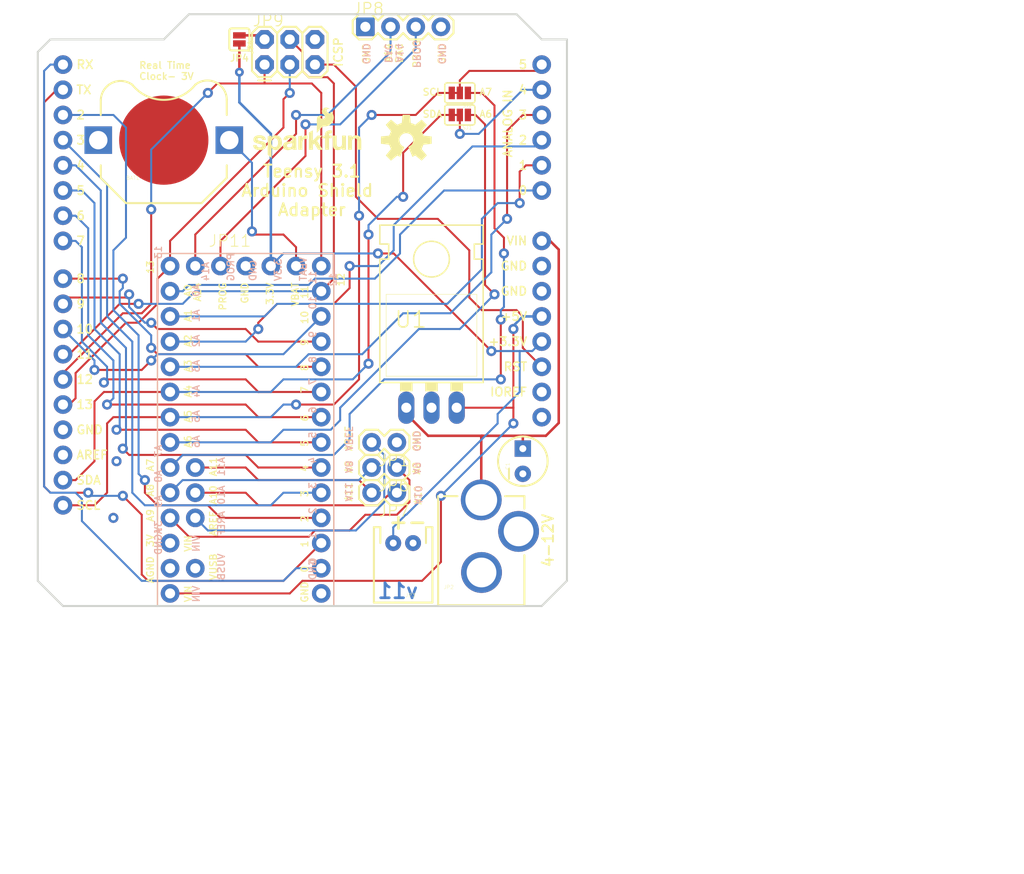
<source format=kicad_pcb>
(kicad_pcb (version 20211014) (generator pcbnew)
  (layers (0 "F.Cu" signal) (31 "B.Cu" signal) (34 "B.Paste" user) (35 "F.Paste" user) (36 "B.SilkS" user "B.Silkscreen") (37 "F.SilkS" user "F.Silkscreen") (38 "B.Mask" user) (39 "F.Mask" user) (44 "Edge.Cuts" user))
  (net 0 "")
  (net 1 "SCL")
  (net 2 "SDA")
  (net 3 "3.3V")
  (net 4 "GND")
  (net 5 "RX")
  (net 6 "TX")
  (net 7 "RESET")
  (net 8 "MOSI")
  (net 9 "A4")
  (net 10 "A10")
  (net 11 "A11")
  (net 12 "A5")
  (net 13 "SCK")
  (net 14 "MISO")
  (net 15 "CS")
  (net 16 "D2")
  (net 17 "D3")
  (net 18 "D4")
  (net 19 "D5")
  (net 20 "D6")
  (net 21 "D7")
  (net 22 "D8")
  (net 23 "D9")
  (net 24 "A0")
  (net 25 "A1")
  (net 26 "A2")
  (net 27 "A3")
  (net 28 "AREF")
  (net 29 "RTC_BATT")
  (net 30 "VRAW")
  (net 31 "5V")
  (net 32 "A8")
  (net 33 "A9")
  (net 34 "VUSB")
  (net 35 "PROG")
  (net 36 "A6")
  (net 37 "HV_AREF")
  (net 38 "A14/DAC")
  (net 39 "A7")
  (net 40 "N$1")
  (footprint "boardEagle:BATTCON_12MM_PTH" (layer "F.Cu") (at 134.5311 87.8586)
    (fp_text reference "BAT1")
    (fp_text value "CoinCell")
  )
  (footprint "boardEagle:CREATIVE_COMMONS" (layer "F.Cu") (at 138.3411 161.5186)
    (fp_text reference "FRAME1" hide)
    (fp_text value "FRAME-LETTER" hide)
  )
  (footprint "boardEagle:1X02" (layer "F.Cu") (at 158.0261 118.3386 180)
    (fp_text reference "JP1")
    (fp_text value "")
  )
  (footprint "boardEagle:TO-220-ALT" (layer "F.Cu") (at 161.5186 111.0361)
    (fp_text reference "U1")
    (fp_text value "5V")
  )
  (footprint "boardEagle:TEENSY-3.1" (layer "F.Cu") (at 133.8961 134.8486)
    (fp_text reference "JP11")
    (fp_text value "TEENSY-3.1SILK")
  )
  (footprint "boardEagle:PAD-JUMPER-3-2OF3_NC_BY_TRACE_YES_SILK_FULL_BOX" (layer "F.Cu") (at 164.3761 83.0961 180)
    (fp_text reference "SJ2")
    (fp_text value "JUMPER-PAD-3-2OF3_NC_BY_TRACE_SMALL")
  )
  (footprint "boardEagle:SFE_LOGO_NAME_FLAME_.1" (layer "F.Cu") (at 143.1036 89.7636)
    (fp_text reference "LOGO1" hide)
    (fp_text value "SFE_LOGO_NAME_FLAME.1_INCH" hide)
  )
  (footprint "boardEagle:CPOL-RADIAL-10UF-25V" (layer "F.Cu") (at 170.7261 120.2436 90)
    (fp_text reference "C1")
    (fp_text value "10uF")
  )
  (footprint "boardEagle:UNO_R3_SHIELD_HOLES" (layer "F.Cu") (at 121.8311 134.8486)
    (fp_text reference "JP10" hide)
    (fp_text value "ARDUINO_R3_SHIELDUNO_R3_SHIELD_HOLES" hide)
  )
  (footprint "boardEagle:1X02" (layer "F.Cu") (at 158.0261 120.8786 180)
    (fp_text reference "JP6")
    (fp_text value "")
  )
  (footprint "boardEagle:SMT-JUMPER_2_NO_SILK" (layer "F.Cu") (at 142.1511 77.6986 -90)
    (fp_text reference "JP4")
    (fp_text value "")
  )
  (footprint "boardEagle:2X3" (layer "F.Cu") (at 144.6911 80.2386)
    (fp_text reference "JP9")
    (fp_text value "AVR_SPI_PRG_6PTH")
  )
  (footprint "boardEagle:JST-2-PTH" (layer "F.Cu") (at 158.6611 128.4986 180)
    (fp_text reference "JP3")
    (fp_text value "JST2")
  )
  (footprint "boardEagle:POWER_JACK_PTH_LOCK" (layer "F.Cu") (at 166.5351 138.0236)
    (fp_text reference "JP2")
    (fp_text value "POWER_JACKPTH_LOCK")
  )
  (footprint "boardEagle:PAD-JUMPER-3-2OF3_NC_BY_TRACE_YES_SILK_FULL_BOX" (layer "F.Cu") (at 164.3761 85.3186 180)
    (fp_text reference "SJ1")
    (fp_text value "JUMPER-PAD-3-2OF3_NC_BY_TRACE_SMALL")
  )
  (footprint "boardEagle:1X04" (layer "F.Cu") (at 154.8511 76.4286)
    (fp_text reference "JP8")
    (fp_text value "")
  )
  (footprint "boardEagle:1X02" (layer "F.Cu") (at 158.0261 123.4186 180)
    (fp_text reference "JP7")
    (fp_text value "")
  )
  (footprint "boardEagle:OSHW-LOGO-M" (layer "F.Cu") (at 158.9786 87.8586)
    (fp_text reference "LOGO2" hide)
    (fp_text value "OSHW-LOGOM" hide)
  )
  (gr_line (start 172.6311 134.8486) (end 175.1711 132.3086) (layer "Edge.Cuts") (width 0.2032))
  (gr_line (start 170.0911 75.1586) (end 137.0711 75.1586) (layer "Edge.Cuts") (width 0.2032))
  (gr_line (start 137.0711 75.1586) (end 134.5311 77.6986) (layer "Edge.Cuts") (width 0.2032))
  (gr_line (start 175.1711 77.6986) (end 172.6311 77.6986) (layer "Edge.Cuts") (width 0.2032))
  (gr_line (start 121.8311 78.9686) (end 121.8311 132.3086) (layer "Edge.Cuts") (width 0.2032))
  (gr_line (start 175.1711 132.3086) (end 175.1711 77.6986) (layer "Edge.Cuts") (width 0.2032))
  (gr_line (start 134.5311 77.6986) (end 123.1011 77.6986) (layer "Edge.Cuts") (width 0.2032))
  (gr_line (start 121.8311 132.3086) (end 124.3711 134.8486) (layer "Edge.Cuts") (width 0.2032))
  (gr_line (start 123.1011 77.6986) (end 121.8311 78.9686) (layer "Edge.Cuts") (width 0.2032))
  (gr_line (start 172.6311 77.6986) (end 170.0911 75.1586) (layer "Edge.Cuts") (width 0.2032))
  (gr_line (start 124.3711 134.8486) (end 172.6311 134.8486) (layer "Edge.Cuts") (width 0.2032))
  (gr_text "v11" (at 160.3121 134.2136) (layer "B.Cu") (effects (font (size 1.5113 1.5113) (thickness 0.2667)) (justify left bottom mirror)))
  (gr_text "A8" (at 153.5811 121.5136 -90) (layer "B.SilkS") (effects (font (size 0.69088 0.69088) (thickness 0.12192)) (justify left top mirror)))
  (gr_text "A11" (at 153.5811 124.3711 -90) (layer "B.SilkS") (effects (font (size 0.69088 0.69088) (thickness 0.12192)) (justify left top mirror)))
  (gr_text "GND" (at 162.1536 78.0161 -90) (layer "B.SilkS") (effects (font (size 0.69088 0.69088) (thickness 0.12192)) (justify right bottom mirror)))
  (gr_text "A10" (at 160.5661 124.6886 -90) (layer "B.SilkS") (effects (font (size 0.69088 0.69088) (thickness 0.12192)) (justify left top mirror)))
  (gr_text "GND" (at 159.6136 117.0686 -90) (layer "B.SilkS") (effects (font (size 0.69088 0.69088) (thickness 0.12192)) (justify right bottom mirror)))
  (gr_text "PROG" (at 159.6136 77.6986 -90) (layer "B.SilkS") (effects (font (size 0.69088 0.69088) (thickness 0.12192)) (justify right bottom mirror)))
  (gr_text "A14\nDAC" (at 156.7561 78.0161 -90) (layer "B.SilkS") (effects (font (size 0.69088 0.69088) (thickness 0.12192)) (justify right bottom mirror)))
  (gr_text "AREF" (at 153.5811 119.2911 -90) (layer "B.SilkS") (effects (font (size 0.69088 0.69088) (thickness 0.12192)) (justify left top mirror)))
  (gr_text "GND" (at 154.5336 78.0161 -90) (layer "B.SilkS") (effects (font (size 0.69088 0.69088) (thickness 0.12192)) (justify right bottom mirror)))
  (gr_text "A9" (at 159.6136 120.2436 -90) (layer "B.SilkS") (effects (font (size 0.69088 0.69088) (thickness 0.12192)) (justify right bottom mirror)))
  (gr_text "AREF" (at 153.5811 119.2911 90) (layer "F.SilkS") (effects (font (size 0.69088 0.69088) (thickness 0.12192)) (justify left bottom)))
  (gr_text "PROG" (at 159.6136 77.6986 90) (layer "F.SilkS") (effects (font (size 0.69088 0.69088) (thickness 0.12192)) (justify right top)))
  (gr_text "+" (at 157.0736 127.2286) (layer "F.SilkS") (effects (font (size 1.5113 1.5113) (thickness 0.2667)) (justify left bottom)))
  (gr_text "A7" (at 166.2811 83.4136) (layer "F.SilkS") (effects (font (size 0.69088 0.69088) (thickness 0.12192)) (justify left bottom)))
  (gr_text "-" (at 158.9786 127.2286) (layer "F.SilkS") (effects (font (size 1.5113 1.5113) (thickness 0.2667)) (justify left bottom)))
  (gr_text "A11" (at 153.5811 124.3711 90) (layer "F.SilkS") (effects (font (size 0.69088 0.69088) (thickness 0.12192)) (justify left bottom)))
  (gr_text "Teensy 3.1\nArduino Shield \nAdapter" (at 149.4536 92.9386) (layer "F.SilkS") (effects (font (size 1.20904 1.20904) (thickness 0.21336))))
  (gr_text "Real Time \nClock- 3V" (at 131.9911 81.8261) (layer "F.SilkS") (effects (font (size 0.69088 0.69088) (thickness 0.12192)) (justify left bottom)))
  (gr_text "A8" (at 153.5811 121.5136 90) (layer "F.SilkS") (effects (font (size 0.69088 0.69088) (thickness 0.12192)) (justify left bottom)))
  (gr_text "A6" (at 166.2811 85.6361) (layer "F.SilkS") (effects (font (size 0.69088 0.69088) (thickness 0.12192)) (justify left bottom)))
  (gr_text "GND" (at 159.6136 117.0686 90) (layer "F.SilkS") (effects (font (size 0.69088 0.69088) (thickness 0.12192)) (justify right top)))
  (gr_text "A14\nDAC" (at 156.7561 78.0161 90) (layer "F.SilkS") (effects (font (size 0.69088 0.69088) (thickness 0.12192)) (justify right top)))
  (gr_text "ICSP" (at 152.6286 80.5561 90) (layer "F.SilkS") (effects (font (size 0.8636 0.8636) (thickness 0.1524)) (justify left bottom)))
  (gr_text "GND" (at 162.1536 78.0161 90) (layer "F.SilkS") (effects (font (size 0.69088 0.69088) (thickness 0.12192)) (justify right top)))
  (gr_text "GND" (at 154.5336 78.0161 90) (layer "F.SilkS") (effects (font (size 0.69088 0.69088) (thickness 0.12192)) (justify right top)))
  (gr_text "4-12V" (at 173.9011 131.0386 90) (layer "F.SilkS") (effects (font (size 1.0795 1.0795) (thickness 0.1905)) (justify left bottom)))
  (gr_text "A10" (at 160.5661 124.6886 90) (layer "F.SilkS") (effects (font (size 0.69088 0.69088) (thickness 0.12192)) (justify left bottom)))
  (gr_text "JP4" (at 141.1351 79.9846) (layer "F.SilkS") (effects (font (size 0.69088 0.69088) (thickness 0.12192)) (justify left bottom)))
  (gr_text "SCL" (at 160.5661 83.4136) (layer "F.SilkS") (effects (font (size 0.69088 0.69088) (thickness 0.12192)) (justify left bottom)))
  (gr_text "SDA" (at 160.5661 85.6361) (layer "F.SilkS") (effects (font (size 0.69088 0.69088) (thickness 0.12192)) (justify left bottom)))
  (gr_text "A9" (at 159.6136 120.2436 90) (layer "F.SilkS") (effects (font (size 0.69088 0.69088) (thickness 0.12192)) (justify right top)))
  (segment (start 127.5461 124.6886) (end 128.8161 123.4186) (width 0.2032) (layer "F.Cu") (net 1))
  (segment (start 128.8161 116.4336) (end 128.8161 123.4186) (width 0.2032) (layer "F.Cu") (net 1))
  (segment (start 127.5461 124.6886) (end 124.3711 124.6886) (width 0.2032) (layer "F.Cu") (net 1))
  (segment (start 159.9311 85.3186) (end 162.1536 83.0961) (width 0.2032) (layer "F.Cu") (net 1))
  (segment (start 162.1536 83.0961) (end 163.5633 83.0961) (width 0.2032) (layer "F.Cu") (net 1))
  (segment (start 154.2161 95.4786) (end 154.2161 111.9886) (width 0.2032) (layer "F.Cu") (net 1))
  (segment (start 129.4511 115.7986) (end 128.8161 116.4336) (width 0.2032) (layer "F.Cu") (net 1))
  (segment (start 155.4861 85.3186) (end 159.9311 85.3186) (width 0.2032) (layer "F.Cu") (net 1))
  (segment (start 154.2161 111.9886) (end 151.6761 114.5286) (width 0.2032) (layer "F.Cu") (net 1))
  (segment (start 151.6761 114.5286) (end 147.8661 114.5286) (width 0.2032) (layer "F.Cu") (net 1))
  (segment (start 135.1661 115.7986) (end 129.4511 115.7986) (width 0.2032) (layer "F.Cu") (net 1))
  (via (at 147.8661 114.5286) (size 1.016) (drill 0.508) (layers "F.Cu" "B.Cu") (net 1))
  (via (at 155.4861 85.3186) (size 1.016) (drill 0.508) (layers "F.Cu" "B.Cu") (net 1))
  (via (at 154.2161 95.4786) (size 1.016) (drill 0.508) (layers "F.Cu" "B.Cu") (net 1))
  (segment (start 154.2161 86.5886) (end 155.4861 85.3186) (width 0.2032) (layer "B.Cu") (net 1))
  (segment (start 146.5961 114.5286) (end 145.3261 115.7986) (width 0.2032) (layer "B.Cu") (net 1))
  (segment (start 145.3261 115.7986) (end 135.1661 115.7986) (width 0.2032) (layer "B.Cu") (net 1))
  (segment (start 147.8661 114.5286) (end 146.5961 114.5286) (width 0.2032) (layer "B.Cu") (net 1))
  (segment (start 154.2161 95.4786) (end 154.2161 86.5886) (width 0.2032) (layer "B.Cu") (net 1))
  (segment (start 125.6411 122.1486) (end 124.3711 122.1486) (width 0.2032) (layer "F.Cu") (net 2))
  (segment (start 158.6611 93.5736) (end 158.6611 89.1286) (width 0.2032) (layer "F.Cu") (net 2))
  (segment (start 162.4711 85.3186) (end 163.5633 85.3186) (width 0.2032) (layer "F.Cu") (net 2))
  (segment (start 127.5461 114.2111) (end 127.5461 120.2436) (width 0.2032) (layer "F.Cu") (net 2))
  (segment (start 127.5461 120.2436) (end 125.6411 122.1486) (width 0.2032) (layer "F.Cu") (net 2))
  (segment (start 158.6611 89.1286) (end 162.4711 85.3186) (width 0.2032) (layer "F.Cu") (net 2))
  (segment (start 135.1661 113.2586) (end 128.4986 113.2586) (width 0.2032) (layer "F.Cu") (net 2))
  (segment (start 155.1686 110.4011) (end 155.1686 97.3836) (width 0.2032) (layer "F.Cu") (net 2))
  (segment (start 127.5461 114.2111) (end 128.4986 113.2586) (width 0.2032) (layer "F.Cu") (net 2))
  (via (at 158.6611 93.5736) (size 1.016) (drill 0.508) (layers "F.Cu" "B.Cu") (net 2))
  (via (at 155.1686 110.4011) (size 1.016) (drill 0.508) (layers "F.Cu" "B.Cu") (net 2))
  (via (at 155.1686 97.3836) (size 1.016) (drill 0.508) (layers "F.Cu" "B.Cu") (net 2))
  (segment (start 135.1661 113.2586) (end 145.3261 113.2586) (width 0.2032) (layer "B.Cu") (net 2))
  (segment (start 155.1686 96.4311) (end 158.0261 93.5736) (width 0.2032) (layer "B.Cu") (net 2))
  (segment (start 155.1686 97.3836) (end 155.1686 96.4311) (width 0.2032) (layer "B.Cu") (net 2))
  (segment (start 145.3261 113.2586) (end 146.5961 111.9886) (width 0.2032) (layer "B.Cu") (net 2))
  (segment (start 153.5811 111.9886) (end 155.1686 110.4011) (width 0.2032) (layer "B.Cu") (net 2))
  (segment (start 146.5961 111.9886) (end 153.5811 111.9886) (width 0.2032) (layer "B.Cu") (net 2))
  (segment (start 158.0261 93.5736) (end 158.6611 93.5736) (width 0.2032) (layer "B.Cu") (net 2))
  (segment (start 157.7086 99.2886) (end 167.5511 109.1311) (width 0.2032) (layer "F.Cu") (net 3))
  (segment (start 142.1511 81.0006) (end 142.1511 78.105) (width 0.254) (layer "F.Cu") (net 3))
  (segment (start 156.1211 99.2886) (end 157.7086 99.2886) (width 0.2032) (layer "F.Cu") (net 3))
  (via (at 142.1511 81.0006) (size 0.889) (drill 0.381) (layers "F.Cu" "B.Cu") (net 3))
  (via (at 156.1211 99.2886) (size 1.016) (drill 0.508) (layers "F.Cu" "B.Cu") (net 3))
  (via (at 167.5511 109.1311) (size 1.016) (drill 0.508) (layers "F.Cu" "B.Cu") (net 3))
  (segment (start 171.6786 109.1311) (end 172.6311 108.1786) (width 0.2032) (layer "B.Cu") (net 3))
  (segment (start 156.1211 99.2886) (end 146.5961 99.2886) (width 0.2032) (layer "B.Cu") (net 3))
  (segment (start 168.1861 116.4336) (end 158.9786 125.6411) (width 0.2032) (layer "B.Cu") (net 3))
  (segment (start 146.5961 99.2886) (end 145.3261 100.5586) (width 0.2032) (layer "B.Cu") (net 3))
  (segment (start 142.1511 84.0486) (end 142.1511 81.0006) (width 0.254) (layer "B.Cu") (net 3))
  (segment (start 170.4086 109.1311) (end 171.6786 109.1311) (width 0.2032) (layer "B.Cu") (net 3))
  (segment (start 145.3261 87.2236) (end 142.1511 84.0486) (width 0.254) (layer "B.Cu") (net 3))
  (segment (start 168.1861 115.4811) (end 170.4086 113.2586) (width 0.2032) (layer "B.Cu") (net 3))
  (segment (start 168.1861 116.4336) (end 168.1861 115.4811) (width 0.2032) (layer "B.Cu") (net 3))
  (segment (start 167.5511 109.1311) (end 170.4086 109.1311) (width 0.2032) (layer "B.Cu") (net 3))
  (segment (start 145.3261 100.5586) (end 145.3261 87.2236) (width 0.254) (layer "B.Cu") (net 3))
  (segment (start 170.4086 113.2586) (end 170.4086 109.1311) (width 0.2032) (layer "B.Cu") (net 3))
  (segment (start 158.9786 125.6411) (end 158.9311 125.6411) (width 0.2032) (layer "B.Cu") (net 3))
  (segment (start 158.9311 125.6411) (end 157.6611 126.9111) (width 0.2032) (layer "B.Cu") (net 3))
  (segment (start 157.6611 128.4986) (end 157.6611 126.9111) (width 0.2032) (layer "B.Cu") (net 3))
  (via (at 129.4511 125.9586) (size 1.016) (drill 0.508) (layers "F.Cu" "B.Cu") (net 4))
  (via (at 129.7686 120.2436) (size 1.016) (drill 0.508) (layers "F.Cu" "B.Cu") (net 4))
  (segment (start 122.4661 80.8736) (end 123.1011 80.2386) (width 0.2032) (layer "B.Cu") (net 5))
  (segment (start 126.2761 126.2761) (end 132.3086 132.3086) (width 0.2032) (layer "B.Cu") (net 5))
  (segment (start 125.6411 123.4186) (end 123.1011 123.4186) (width 0.2032) (layer "B.Cu") (net 5))
  (segment (start 150.4061 131.0386) (end 147.8661 131.0386) (width 0.2032) (layer "B.Cu") (net 5))
  (segment (start 147.8661 131.0386) (end 146.5961 132.3086) (width 0.2032) (layer "B.Cu") (net 5))
  (segment (start 123.1011 80.2386) (end 124.3711 80.2386) (width 0.2032) (layer "B.Cu") (net 5))
  (segment (start 146.5961 132.3086) (end 132.3086 132.3086) (width 0.2032) (layer "B.Cu") (net 5))
  (segment (start 125.6411 123.4186) (end 126.2761 124.0536) (width 0.2032) (layer "B.Cu") (net 5))
  (segment (start 126.2761 124.0536) (end 126.2761 126.2761) (width 0.2032) (layer "B.Cu") (net 5))
  (segment (start 122.4661 122.7836) (end 122.4661 80.8736) (width 0.2032) (layer "B.Cu") (net 5))
  (segment (start 123.1011 123.4186) (end 122.4661 122.7836) (width 0.2032) (layer "B.Cu") (net 5))
  (segment (start 122.4661 84.0486) (end 123.7361 82.7786) (width 0.2032) (layer "F.Cu") (net 6))
  (segment (start 132.9436 132.3086) (end 132.3086 131.6736) (width 0.2032) (layer "F.Cu") (net 6))
  (segment (start 150.4061 128.4986) (end 146.5961 132.3086) (width 0.2032) (layer "F.Cu") (net 6))
  (segment (start 123.7361 82.7786) (end 124.3711 82.7786) (width 0.2032) (layer "F.Cu") (net 6))
  (segment (start 146.5961 132.3086) (end 132.9436 132.3086) (width 0.2032) (layer "F.Cu") (net 6))
  (segment (start 132.3086 131.6736) (end 132.3086 125.6411) (width 0.2032) (layer "F.Cu") (net 6))
  (segment (start 122.4661 122.7836) (end 122.4661 84.0486) (width 0.2032) (layer "F.Cu") (net 6))
  (segment (start 126.9111 123.4186) (end 123.1011 123.4186) (width 0.2032) (layer "F.Cu") (net 6))
  (segment (start 123.1011 123.4186) (end 122.4661 122.7836) (width 0.2032) (layer "F.Cu") (net 6))
  (segment (start 132.3086 125.6411) (end 130.4036 123.7361) (width 0.2032) (layer "F.Cu") (net 6))
  (via (at 126.9111 123.4186) (size 1.016) (drill 0.508) (layers "F.Cu" "B.Cu") (net 6))
  (via (at 130.4036 123.7361) (size 1.016) (drill 0.508) (layers "F.Cu" "B.Cu") (net 6))
  (segment (start 130.4036 123.7361) (end 127.2286 123.7361) (width 0.2032) (layer "B.Cu") (net 6))
  (segment (start 127.2286 123.7361) (end 126.9111 123.4186) (width 0.2032) (layer "B.Cu") (net 6))
  (segment (start 162.1536 95.7961) (end 165.3286 98.9711) (width 0.2032) (layer "F.Cu") (net 7))
  (segment (start 165.3286 98.9711) (end 165.3286 103.7336) (width 0.2032) (layer "F.Cu") (net 7))
  (segment (start 165.3286 103.7336) (end 166.5986 105.0036) (width 0.2032) (layer "F.Cu") (net 7))
  (segment (start 156.1211 95.7961) (end 162.1536 95.7961) (width 0.2032) (layer "F.Cu") (net 7))
  (segment (start 170.0911 105.0036) (end 170.7261 105.6386) (width 0.2032) (layer "F.Cu") (net 7))
  (segment (start 151.6761 80.2386) (end 153.8986 82.4611) (width 0.2032) (layer "F.Cu") (net 7))
  (segment (start 153.8986 93.5736) (end 156.1211 95.7961) (width 0.2032) (layer "F.Cu") (net 7))
  (segment (start 166.5986 105.0036) (end 170.0911 105.0036) (width 0.2032) (layer "F.Cu") (net 7))
  (segment (start 149.7711 80.2386) (end 151.6761 80.2386) (width 0.2032) (layer "F.Cu") (net 7))
  (segment (start 153.8986 82.4611) (end 153.8986 93.5736) (width 0.2032) (layer "F.Cu") (net 7))
  (segment (start 170.7261 108.8136) (end 172.6311 110.7186) (width 0.2032) (layer "F.Cu") (net 7))
  (segment (start 170.7261 105.6386) (end 170.7261 108.8136) (width 0.2032) (layer "F.Cu") (net 7))
  (segment (start 147.2311 77.6986) (end 148.5011 78.9686) (width 0.2032) (layer "F.Cu") (net 8))
  (segment (start 151.0411 81.5086) (end 151.6761 82.1436) (width 0.2032) (layer "F.Cu") (net 8))
  (segment (start 148.5011 78.9686) (end 148.5011 80.8736) (width 0.2032) (layer "F.Cu") (net 8))
  (segment (start 151.6761 101.8286) (end 150.4061 103.0986) (width 0.2032) (layer "F.Cu") (net 8))
  (segment (start 149.1361 81.5086) (end 151.0411 81.5086) (width 0.2032) (layer "F.Cu") (net 8))
  (segment (start 151.6761 82.1436) (end 151.6761 101.8286) (width 0.2032) (layer "F.Cu") (net 8))
  (segment (start 148.5011 80.8736) (end 149.1361 81.5086) (width 0.2032) (layer "F.Cu") (net 8))
  (segment (start 125.0061 109.4486) (end 130.0861 104.3686) (width 0.2032) (layer "F.Cu") (net 8))
  (segment (start 124.3711 109.4486) (end 125.0061 109.4486) (width 0.2032) (layer "F.Cu") (net 8))
  (segment (start 130.0861 104.3686) (end 131.9911 104.3686) (width 0.2032) (layer "F.Cu") (net 8))
  (via (at 131.9911 104.3686) (size 1.016) (drill 0.508) (layers "F.Cu" "B.Cu") (net 8))
  (segment (start 137.7061 103.0986) (end 136.4361 104.3686) (width 0.2032) (layer "B.Cu") (net 8))
  (segment (start 136.4361 104.3686) (end 131.9911 104.3686) (width 0.2032) (layer "B.Cu") (net 8))
  (segment (start 150.4061 103.0986) (end 137.7061 103.0986) (width 0.2032) (layer "B.Cu") (net 8))
  (segment (start 164.3761 85.3186) (end 164.3761 87.2236) (width 0.2032) (layer "F.Cu") (net 9))
  (via (at 164.3761 87.2236) (size 1.016) (drill 0.508) (layers "F.Cu" "B.Cu") (net 9))
  (segment (start 170.7261 82.7786) (end 166.2811 87.2236) (width 0.2032) (layer "B.Cu") (net 9))
  (segment (start 172.6311 82.7786) (end 170.7261 82.7786) (width 0.2032) (layer "B.Cu") (net 9))
  (segment (start 166.2811 87.2236) (end 164.3761 87.2236) (width 0.2032) (layer "B.Cu") (net 9))
  (segment (start 156.1211 124.6886) (end 157.0736 123.7361) (width 0.2032) (layer "F.Cu") (net 10))
  (segment (start 144.0561 124.6886) (end 156.1211 124.6886) (width 0.2032) (layer "F.Cu") (net 10))
  (segment (start 137.7061 123.4186) (end 142.7861 123.4186) (width 0.2032) (layer "F.Cu") (net 10))
  (segment (start 157.7086 123.7361) (end 158.0261 123.4186) (width 0.2032) (layer "F.Cu") (net 10))
  (segment (start 142.7861 123.4186) (end 144.0561 124.6886) (width 0.2032) (layer "F.Cu") (net 10))
  (segment (start 157.0736 123.7361) (end 157.7086 123.7361) (width 0.2032) (layer "F.Cu") (net 10))
  (segment (start 142.7861 120.8786) (end 144.0561 122.1486) (width 0.2032) (layer "F.Cu") (net 11))
  (segment (start 154.2161 122.1486) (end 155.4861 123.4186) (width 0.2032) (layer "F.Cu") (net 11))
  (segment (start 137.7061 120.8786) (end 142.7861 120.8786) (width 0.2032) (layer "F.Cu") (net 11))
  (segment (start 144.0561 122.1486) (end 154.2161 122.1486) (width 0.2032) (layer "F.Cu") (net 11))
  (segment (start 164.3761 81.8261) (end 165.3286 80.8736) (width 0.2032) (layer "F.Cu") (net 12))
  (segment (start 171.9961 80.8736) (end 172.6311 80.2386) (width 0.2032) (layer "F.Cu") (net 12))
  (segment (start 165.3286 80.8736) (end 171.9961 80.8736) (width 0.2032) (layer "F.Cu") (net 12))
  (segment (start 164.3761 83.0961) (end 164.3761 81.8261) (width 0.2032) (layer "F.Cu") (net 12))
  (segment (start 125.6411 113.8936) (end 125.6411 111.3536) (width 0.2032) (layer "F.Cu") (net 13))
  (segment (start 133.8961 104.3686) (end 133.8961 101.8286) (width 0.2032) (layer "F.Cu") (net 13))
  (segment (start 133.8961 101.8286) (end 135.1661 100.5586) (width 0.2032) (layer "F.Cu") (net 13))
  (segment (start 125.6411 113.8936) (end 125.0061 114.5286) (width 0.2032) (layer "F.Cu") (net 13))
  (segment (start 135.1661 100.5586) (end 135.1661 98.0186) (width 0.2032) (layer "F.Cu") (net 13))
  (segment (start 125.6411 111.3536) (end 130.7211 106.2736) (width 0.2032) (layer "F.Cu") (net 13))
  (segment (start 131.9911 106.2736) (end 133.8961 104.3686) (width 0.2032) (layer "F.Cu") (net 13))
  (segment (start 135.1661 98.0186) (end 146.5961 86.5886) (width 0.2032) (layer "F.Cu") (net 13))
  (segment (start 146.5961 83.7311) (end 147.2311 83.0961) (width 0.2032) (layer "F.Cu") (net 13))
  (segment (start 146.5961 86.5886) (end 146.5961 83.7311) (width 0.2032) (layer "F.Cu") (net 13))
  (segment (start 130.7211 106.2736) (end 131.9911 106.2736) (width 0.2032) (layer "F.Cu") (net 13))
  (segment (start 125.0061 114.5286) (end 124.3711 114.5286) (width 0.2032) (layer "F.Cu") (net 13))
  (via (at 147.2311 83.0961) (size 1.016) (drill 0.508) (layers "F.Cu" "B.Cu") (net 13))
  (segment (start 147.2311 83.0961) (end 147.2311 80.2386) (width 0.2032) (layer "B.Cu") (net 13))
  (segment (start 150.4061 83.0961) (end 149.4536 82.1436) (width 0.2032) (layer "F.Cu") (net 14))
  (segment (start 132.3086 105.3211) (end 133.2611 104.3686) (width 0.2032) (layer "F.Cu") (net 14))
  (segment (start 144.6911 82.1436) (end 139.9286 82.1436) (width 0.2032) (layer "F.Cu") (net 14))
  (segment (start 124.3711 111.3536) (end 124.3711 111.9886) (width 0.2032) (layer "F.Cu") (net 14))
  (segment (start 144.6911 80.2386) (end 144.6911 82.1436) (width 0.2032) (layer "F.Cu") (net 14))
  (segment (start 130.4036 105.3211) (end 132.3086 105.3211) (width 0.2032) (layer "F.Cu") (net 14))
  (segment (start 149.4536 82.1436) (end 144.6911 82.1436) (width 0.2032) (layer "F.Cu") (net 14))
  (segment (start 139.9286 82.1436) (end 138.9761 83.0961) (width 0.2032) (layer "F.Cu") (net 14))
  (segment (start 133.2611 104.3686) (end 133.2611 94.8436) (width 0.2032) (layer "F.Cu") (net 14))
  (segment (start 150.4061 83.0961) (end 150.4061 100.5586) (width 0.2032) (layer "F.Cu") (net 14))
  (segment (start 130.4036 105.3211) (end 124.3711 111.3536) (width 0.2032) (layer "F.Cu") (net 14))
  (segment (start 144.6911 80.8736) (end 144.6911 80.2386) (width 0.2032) (layer "F.Cu") (net 14))
  (via (at 138.9761 83.0961) (size 1.016) (drill 0.508) (layers "F.Cu" "B.Cu") (net 14))
  (via (at 133.2611 94.8436) (size 1.016) (drill 0.508) (layers "F.Cu" "B.Cu") (net 14))
  (segment (start 133.2611 88.8111) (end 138.9761 83.0961) (width 0.2032) (layer "B.Cu") (net 14))
  (segment (start 133.2611 94.8436) (end 133.2611 88.8111) (width 0.2032) (layer "B.Cu") (net 14))
  (segment (start 132.3086 111.0361) (end 133.2611 110.0836) (width 0.2032) (layer "F.Cu") (net 15))
  (segment (start 127.5461 111.0361) (end 132.3086 111.0361) (width 0.2032) (layer "F.Cu") (net 15))
  (via (at 127.5461 111.0361) (size 1.016) (drill 0.508) (layers "F.Cu" "B.Cu") (net 15))
  (via (at 133.2611 110.0836) (size 1.016) (drill 0.508) (layers "F.Cu" "B.Cu") (net 15))
  (segment (start 127.5461 110.0836) (end 127.5461 111.0361) (width 0.2032) (layer "B.Cu") (net 15))
  (segment (start 124.3711 106.9086) (end 127.5461 110.0836) (width 0.2032) (layer "B.Cu") (net 15))
  (segment (start 146.5961 109.4486) (end 150.4061 105.6386) (width 0.2032) (layer "B.Cu") (net 15))
  (segment (start 133.8961 109.4486) (end 146.5961 109.4486) (width 0.2032) (layer "B.Cu") (net 15))
  (segment (start 133.2611 110.0836) (end 133.8961 109.4486) (width 0.2032) (layer "B.Cu") (net 15))
  (segment (start 132.6261 123.4186) (end 132.6261 122.1486) (width 0.2032) (layer "F.Cu") (net 16))
  (segment (start 150.4061 125.9586) (end 140.2461 125.9586) (width 0.2032) (layer "F.Cu") (net 16))
  (segment (start 138.9761 124.6886) (end 133.8961 124.6886) (width 0.2032) (layer "F.Cu") (net 16))
  (segment (start 140.2461 125.9586) (end 138.9761 124.6886) (width 0.2032) (layer "F.Cu") (net 16))
  (segment (start 133.8961 124.6886) (end 132.6261 123.4186) (width 0.2032) (layer "F.Cu") (net 16))
  (via (at 132.6261 122.1486) (size 1.016) (drill 0.508) (layers "F.Cu" "B.Cu") (net 16))
  (segment (start 124.3711 85.3186) (end 129.4511 85.3186) (width 0.2032) (layer "B.Cu") (net 16))
  (segment (start 129.4511 105.0036) (end 129.4511 98.9711) (width 0.2032) (layer "B.Cu") (net 16))
  (segment (start 132.6261 122.1486) (end 131.9911 121.5136) (width 0.2032) (layer "B.Cu") (net 16))
  (segment (start 130.7211 86.5886) (end 130.7211 97.7011) (width 0.2032) (layer "B.Cu") (net 16))
  (segment (start 131.9911 107.5436) (end 131.9911 121.5136) (width 0.2032) (layer "B.Cu") (net 16))
  (segment (start 129.4511 105.0036) (end 131.9911 107.5436) (width 0.2032) (layer "B.Cu") (net 16))
  (segment (start 129.4511 85.3186) (end 130.7211 86.5886) (width 0.2032) (layer "B.Cu") (net 16))
  (segment (start 130.7211 97.7011) (end 129.4511 98.9711) (width 0.2032) (layer "B.Cu") (net 16))
  (segment (start 124.3711 87.8586) (end 128.8161 92.3036) (width 0.2032) (layer "B.Cu") (net 17))
  (segment (start 150.4061 123.4186) (end 146.5961 123.4186) (width 0.2032) (layer "B.Cu") (net 17))
  (segment (start 132.6261 124.6886) (end 145.3261 124.6886) (width 0.2032) (layer "B.Cu") (net 17))
  (segment (start 145.3261 124.6886) (end 146.5961 123.4186) (width 0.2032) (layer "B.Cu") (net 17))
  (segment (start 132.6261 124.6886) (end 131.3561 123.4186) (width 0.2032) (layer "B.Cu") (net 17))
  (segment (start 131.3561 123.4186) (end 131.3561 108.1786) (width 0.2032) (layer "B.Cu") (net 17))
  (segment (start 131.3561 108.1786) (end 128.8161 105.6386) (width 0.2032) (layer "B.Cu") (net 17))
  (segment (start 128.8161 105.6386) (end 128.8161 92.3036) (width 0.2032) (layer "B.Cu") (net 17))
  (segment (start 144.0561 120.8786) (end 142.7861 119.6086) (width 0.2032) (layer "F.Cu") (net 18))
  (segment (start 131.0386 119.6086) (end 130.4036 118.9736) (width 0.2032) (layer "F.Cu") (net 18))
  (segment (start 150.4061 120.8786) (end 144.0561 120.8786) (width 0.2032) (layer "F.Cu") (net 18))
  (segment (start 142.7861 119.6086) (end 131.0386 119.6086) (width 0.2032) (layer "F.Cu") (net 18))
  (via (at 130.4036 118.9736) (size 1.016) (drill 0.508) (layers "F.Cu" "B.Cu") (net 18))
  (segment (start 128.1811 92.9386) (end 125.6411 90.3986) (width 0.2032) (layer "B.Cu") (net 18))
  (segment (start 130.7211 108.8136) (end 130.7211 118.6561) (width 0.2032) (layer "B.Cu") (net 18))
  (segment (start 130.7211 108.8136) (end 128.1811 106.2736) (width 0.2032) (layer "B.Cu") (net 18))
  (segment (start 130.7211 118.6561) (end 130.4036 118.9736) (width 0.2032) (layer "B.Cu") (net 18))
  (segment (start 128.1811 106.2736) (end 128.1811 92.9386) (width 0.2032) (layer "B.Cu") (net 18))
  (segment (start 125.6411 90.3986) (end 124.3711 90.3986) (width 0.2032) (layer "B.Cu") (net 18))
  (segment (start 142.7861 117.0686) (end 129.7686 117.0686) (width 0.2032) (layer "F.Cu") (net 19))
  (segment (start 150.4061 118.3386) (end 144.0561 118.3386) (width 0.2032) (layer "F.Cu") (net 19))
  (segment (start 144.0561 118.3386) (end 142.7861 117.0686) (width 0.2032) (layer "F.Cu") (net 19))
  (via (at 129.7686 117.0686) (size 1.016) (drill 0.508) (layers "F.Cu" "B.Cu") (net 19))
  (segment (start 130.0861 116.7511) (end 129.7686 117.0686) (width 0.2032) (layer "B.Cu") (net 19))
  (segment (start 126.2761 92.9386) (end 124.3711 92.9386) (width 0.2032) (layer "B.Cu") (net 19))
  (segment (start 130.0861 109.4486) (end 130.0861 116.7511) (width 0.2032) (layer "B.Cu") (net 19))
  (segment (start 127.5461 106.9086) (end 127.5461 94.2086) (width 0.2032) (layer "B.Cu") (net 19))
  (segment (start 127.5461 94.2086) (end 126.2761 92.9386) (width 0.2032) (layer "B.Cu") (net 19))
  (segment (start 130.0861 109.4486) (end 127.5461 106.9086) (width 0.2032) (layer "B.Cu") (net 19))
  (segment (start 142.7861 114.5286) (end 128.8161 114.5286) (width 0.2032) (layer "F.Cu") (net 20))
  (segment (start 150.4061 115.7986) (end 144.0561 115.7986) (width 0.2032) (layer "F.Cu") (net 20))
  (segment (start 144.0561 115.7986) (end 142.7861 114.5286) (width 0.2032) (layer "F.Cu") (net 20))
  (via (at 128.8161 114.5286) (size 1.016) (drill 0.508) (layers "F.Cu" "B.Cu") (net 20))
  (segment (start 125.6411 95.4786) (end 124.3711 95.4786) (width 0.2032) (layer "B.Cu") (net 20))
  (segment (start 128.8161 114.5286) (end 129.4511 113.8936) (width 0.2032) (layer "B.Cu") (net 20))
  (segment (start 126.9111 107.5436) (end 126.9111 96.7486) (width 0.2032) (layer "B.Cu") (net 20))
  (segment (start 129.4511 113.8936) (end 129.4511 110.0836) (width 0.2032) (layer "B.Cu") (net 20))
  (segment (start 129.4511 110.0836) (end 126.9111 107.5436) (width 0.2032) (layer "B.Cu") (net 20))
  (segment (start 126.9111 96.7486) (end 125.6411 95.4786) (width 0.2032) (layer "B.Cu") (net 20))
  (segment (start 144.0561 113.2586) (end 142.7861 111.9886) (width 0.2032) (layer "F.Cu") (net 21))
  (segment (start 142.7861 111.9886) (end 128.8161 111.9886) (width 0.2032) (layer "F.Cu") (net 21))
  (segment (start 128.8161 111.9886) (end 128.4986 112.3061) (width 0.2032) (layer "F.Cu") (net 21))
  (segment (start 150.4061 113.2586) (end 144.0561 113.2586) (width 0.2032) (layer "F.Cu") (net 21))
  (via (at 128.4986 112.3061) (size 1.016) (drill 0.508) (layers "F.Cu" "B.Cu") (net 21))
  (segment (start 125.6411 98.0186) (end 126.2761 98.6536) (width 0.2032) (layer "B.Cu") (net 21))
  (segment (start 128.8161 111.9886) (end 128.4986 112.3061) (width 0.2032) (layer "B.Cu") (net 21))
  (segment (start 126.2761 98.6536) (end 126.2761 108.1786) (width 0.2032) (layer "B.Cu") (net 21))
  (segment (start 128.8161 110.7186) (end 128.8161 111.9886) (width 0.2032) (layer "B.Cu") (net 21))
  (segment (start 126.2761 108.1786) (end 128.8161 110.7186) (width 0.2032) (layer "B.Cu") (net 21))
  (segment (start 124.3711 98.0186) (end 125.6411 98.0186) (width 0.2032) (layer "B.Cu") (net 21))
  (segment (start 144.0561 110.7186) (end 142.7861 109.4486) (width 0.2032) (layer "F.Cu") (net 22))
  (segment (start 133.8961 109.4486) (end 133.2611 108.8136) (width 0.2032) (layer "F.Cu") (net 22))
  (segment (start 150.4061 110.7186) (end 144.0561 110.7186) (width 0.2032) (layer "F.Cu") (net 22))
  (segment (start 142.7861 109.4486) (end 133.8961 109.4486) (width 0.2032) (layer "F.Cu") (net 22))
  (segment (start 130.4036 101.8286) (end 124.3711 101.8286) (width 0.2032) (layer "F.Cu") (net 22))
  (via (at 133.2611 108.8136) (size 1.016) (drill 0.508) (layers "F.Cu" "B.Cu") (net 22))
  (via (at 130.4036 101.8286) (size 1.016) (drill 0.508) (layers "F.Cu" "B.Cu") (net 22))
  (segment (start 130.0861 103.0986) (end 130.0861 104.3686) (width 0.2032) (layer "B.Cu") (net 22))
  (segment (start 130.4036 101.8286) (end 130.4036 102.7811) (width 0.2032) (layer "B.Cu") (net 22))
  (segment (start 130.4036 102.7811) (end 130.0861 103.0986) (width 0.2032) (layer "B.Cu") (net 22))
  (segment (start 130.0861 104.3686) (end 133.2611 107.5436) (width 0.2032) (layer "B.Cu") (net 22))
  (segment (start 133.2611 108.8136) (end 133.2611 107.5436) (width 0.2032) (layer "B.Cu") (net 22))
  (segment (start 133.8961 106.9086) (end 133.2611 106.2736) (width 0.2032) (layer "F.Cu") (net 23))
  (segment (start 125.0061 103.7336) (end 130.7211 103.7336) (width 0.2032) (layer "F.Cu") (net 23))
  (segment (start 142.7861 106.9086) (end 133.8961 106.9086) (width 0.2032) (layer "F.Cu") (net 23))
  (segment (start 125.0061 103.7336) (end 124.3711 104.3686) (width 0.2032) (layer "F.Cu") (net 23))
  (segment (start 150.4061 108.1786) (end 144.0561 108.1786) (width 0.2032) (layer "F.Cu") (net 23))
  (segment (start 144.0561 108.1786) (end 142.7861 106.9086) (width 0.2032) (layer "F.Cu") (net 23))
  (segment (start 130.7211 103.7336) (end 131.0386 103.4161) (width 0.2032) (layer "F.Cu") (net 23))
  (via (at 133.2611 106.2736) (size 1.016) (drill 0.508) (layers "F.Cu" "B.Cu") (net 23))
  (via (at 131.0386 103.4161) (size 1.016) (drill 0.508) (layers "F.Cu" "B.Cu") (net 23))
  (segment (start 133.2611 106.2736) (end 132.6261 106.2736) (width 0.2032) (layer "B.Cu") (net 23))
  (segment (start 131.0386 104.6861) (end 132.6261 106.2736) (width 0.2032) (layer "B.Cu") (net 23))
  (segment (start 131.0386 103.4161) (end 131.0386 104.6861) (width 0.2032) (layer "B.Cu") (net 23))
  (segment (start 149.7711 101.8286) (end 155.8036 101.8286) (width 0.2032) (layer "B.Cu") (net 24))
  (segment (start 135.1661 103.0986) (end 136.4361 103.0986) (width 0.2032) (layer "B.Cu") (net 24))
  (segment (start 155.8036 101.8286) (end 158.3436 99.2886) (width 0.2032) (layer "B.Cu") (net 24))
  (segment (start 158.3436 99.2886) (end 158.3436 97.3836) (width 0.2032) (layer "B.Cu") (net 24))
  (segment (start 136.4361 103.0986) (end 137.0711 102.4636) (width 0.2032) (layer "B.Cu") (net 24))
  (segment (start 172.6311 92.9386) (end 162.7886 92.9386) (width 0.2032) (layer "B.Cu") (net 24))
  (segment (start 137.0711 102.4636) (end 149.1361 102.4636) (width 0.2032) (layer "B.Cu") (net 24))
  (segment (start 158.3436 97.3836) (end 162.7886 92.9386) (width 0.2032) (layer "B.Cu") (net 24))
  (segment (start 149.1361 102.4636) (end 149.7711 101.8286) (width 0.2032) (layer "B.Cu") (net 24))
  (segment (start 170.4086 91.0336) (end 171.0436 90.3986) (width 0.2032) (layer "F.Cu") (net 25))
  (segment (start 171.0436 90.3986) (end 172.6311 90.3986) (width 0.2032) (layer "F.Cu") (net 25))
  (segment (start 170.4086 94.2086) (end 170.4086 91.0336) (width 0.2032) (layer "F.Cu") (net 25))
  (via (at 170.4086 94.2086) (size 1.016) (drill 0.508) (layers "F.Cu" "B.Cu") (net 25))
  (segment (start 166.5986 95.7961) (end 168.1861 94.2086) (width 0.2032) (layer "B.Cu") (net 25))
  (segment (start 166.5986 100.8761) (end 166.5986 95.7961) (width 0.2032) (layer "B.Cu") (net 25))
  (segment (start 145.9611 104.3686) (end 163.1061 104.3686) (width 0.2032) (layer "B.Cu") (net 25))
  (segment (start 144.6911 105.6386) (end 145.9611 104.3686) (width 0.2032) (layer "B.Cu") (net 25))
  (segment (start 163.1061 104.3686) (end 166.5986 100.8761) (width 0.2032) (layer "B.Cu") (net 25))
  (segment (start 135.1661 105.6386) (end 144.6911 105.6386) (width 0.2032) (layer "B.Cu") (net 25))
  (segment (start 168.1861 94.2086) (end 170.4086 94.2086) (width 0.2032) (layer "B.Cu") (net 25))
  (segment (start 153.2636 102.7811) (end 153.2636 100.5586) (width 0.2032) (layer "F.Cu") (net 26))
  (segment (start 151.6761 104.3686) (end 153.2636 102.7811) (width 0.2032) (layer "F.Cu") (net 26))
  (segment (start 145.9611 104.3686) (end 151.6761 104.3686) (width 0.2032) (layer "F.Cu") (net 26))
  (segment (start 144.0561 106.2736) (end 145.9611 104.3686) (width 0.2032) (layer "F.Cu") (net 26))
  (segment (start 144.0561 106.9086) (end 144.0561 106.2736) (width 0.2032) (layer "F.Cu") (net 26))
  (via (at 144.0561 106.9086) (size 1.016) (drill 0.508) (layers "F.Cu" "B.Cu") (net 26))
  (via (at 153.2636 100.5586) (size 1.016) (drill 0.508) (layers "F.Cu" "B.Cu") (net 26))
  (segment (start 153.2636 100.5586) (end 156.1211 100.5586) (width 0.2032) (layer "B.Cu") (net 26))
  (segment (start 142.7861 108.1786) (end 144.0561 106.9086) (width 0.2032) (layer "B.Cu") (net 26))
  (segment (start 171.9961 88.4936) (end 172.6311 87.8586) (width 0.2032) (layer "B.Cu") (net 26))
  (segment (start 157.7086 96.4311) (end 165.6461 88.4936) (width 0.2032) (layer "B.Cu") (net 26))
  (segment (start 156.1211 100.5586) (end 157.7086 98.9711) (width 0.2032) (layer "B.Cu") (net 26))
  (segment (start 157.7086 98.9711) (end 157.7086 96.4311) (width 0.2032) (layer "B.Cu") (net 26))
  (segment (start 165.6461 88.4936) (end 171.9961 88.4936) (width 0.2032) (layer "B.Cu") (net 26))
  (segment (start 135.1661 108.1786) (end 142.7861 108.1786) (width 0.2032) (layer "B.Cu") (net 26))
  (segment (start 169.1386 86.9061) (end 170.7261 85.3186) (width 0.2032) (layer "F.Cu") (net 27))
  (segment (start 170.7261 85.3186) (end 172.6311 85.3186) (width 0.2032) (layer "F.Cu") (net 27))
  (segment (start 169.1386 95.7961) (end 169.1386 86.9061) (width 0.2032) (layer "F.Cu") (net 27))
  (via (at 169.1386 95.7961) (size 1.016) (drill 0.508) (layers "F.Cu" "B.Cu") (net 27))
  (segment (start 154.5336 109.4486) (end 158.6611 105.3211) (width 0.2032) (layer "B.Cu") (net 27))
  (segment (start 167.5511 97.3836) (end 169.1386 95.7961) (width 0.2032) (layer "B.Cu") (net 27))
  (segment (start 135.1661 110.7186) (end 147.8661 110.7186) (width 0.2032) (layer "B.Cu") (net 27))
  (segment (start 149.1361 109.4486) (end 154.5336 109.4486) (width 0.2032) (layer "B.Cu") (net 27))
  (segment (start 158.6611 105.3211) (end 163.4236 105.3211) (width 0.2032) (layer "B.Cu") (net 27))
  (segment (start 167.5511 101.1936) (end 167.5511 97.3836) (width 0.2032) (layer "B.Cu") (net 27))
  (segment (start 163.4236 105.3211) (end 167.5511 101.1936) (width 0.2032) (layer "B.Cu") (net 27))
  (segment (start 147.8661 110.7186) (end 149.1361 109.4486) (width 0.2032) (layer "B.Cu") (net 27))
  (segment (start 156.7561 119.6086) (end 155.4861 118.3386) (width 0.2032) (layer "B.Cu") (net 28))
  (segment (start 156.7561 124.3711) (end 156.7561 119.6086) (width 0.2032) (layer "B.Cu") (net 28))
  (segment (start 138.9761 127.2286) (end 137.7061 125.9586) (width 0.2032) (layer "B.Cu") (net 28))
  (segment (start 153.8986 127.2286) (end 138.9761 127.2286) (width 0.2032) (layer "B.Cu") (net 28))
  (segment (start 153.8986 127.2286) (end 156.7561 124.3711) (width 0.2032) (layer "B.Cu") (net 28))
  (segment (start 147.8661 98.6536) (end 146.5961 97.3836) (width 0.2032) (layer "F.Cu") (net 29))
  (segment (start 143.7386 97.3836) (end 143.4211 97.0661) (width 0.2032) (layer "F.Cu") (net 29))
  (segment (start 147.8661 100.5586) (end 147.8661 98.6536) (width 0.2032) (layer "F.Cu") (net 29))
  (segment (start 146.5961 97.3836) (end 143.7386 97.3836) (width 0.2032) (layer "F.Cu") (net 29))
  (via (at 143.4211 97.0661) (size 1.016) (drill 0.508) (layers "F.Cu" "B.Cu") (net 29))
  (segment (start 143.4211 90.1446) (end 141.1351 87.8586) (width 0.2032) (layer "B.Cu") (net 29))
  (segment (start 143.4211 97.0661) (end 143.4211 90.1446) (width 0.2032) (layer "B.Cu") (net 29))
  (segment (start 158.9786 115.4811) (end 158.9786 114.8461) (width 0.254) (layer "F.Cu") (net 30))
  (segment (start 173.4693 98.0186) (end 174.3456 98.8949) (width 0.254) (layer "F.Cu") (net 30))
  (segment (start 174.3456 116.3828) (end 173.0502 117.6782) (width 0.254) (layer "F.Cu") (net 30))
  (segment (start 166.5986 117.6782) (end 161.1757 117.6782) (width 0.254) (layer "F.Cu") (net 30))
  (segment (start 172.6311 98.0186) (end 173.4693 98.0186) (width 0.254) (layer "F.Cu") (net 30))
  (segment (start 161.1757 117.6782) (end 158.9786 115.4811) (width 0.254) (layer "F.Cu") (net 30))
  (segment (start 166.5351 124.1458) (end 166.5351 117.7417) (width 0.254) (layer "F.Cu") (net 30))
  (segment (start 174.3456 98.8949) (end 174.3456 116.3828) (width 0.254) (layer "F.Cu") (net 30))
  (segment (start 166.5351 117.7417) (end 166.5986 117.6782) (width 0.254) (layer "F.Cu") (net 30))
  (segment (start 173.0502 117.6782) (end 170.7261 117.6782) (width 0.254) (layer "F.Cu") (net 30))
  (segment (start 170.7261 117.6782) (end 166.5986 117.6782) (width 0.254) (layer "F.Cu") (net 30))
  (segment (start 170.7261 118.9736) (end 170.7261 117.6782) (width 0.254) (layer "F.Cu") (net 30))
  (segment (start 169.7736 114.8461) (end 169.7736 106.9086) (width 0.2032) (layer "F.Cu") (net 31))
  (segment (start 148.5011 132.3086) (end 160.5661 132.3086) (width 0.2032) (layer "F.Cu") (net 31))
  (segment (start 162.4711 130.4036) (end 162.4711 123.7361) (width 0.2032) (layer "F.Cu") (net 31))
  (segment (start 160.5661 132.3086) (end 162.4711 130.4036) (width 0.2032) (layer "F.Cu") (net 31))
  (segment (start 164.0586 114.8461) (end 169.7736 114.8461) (width 0.2032) (layer "F.Cu") (net 31))
  (segment (start 135.1661 133.5786) (end 147.2311 133.5786) (width 0.2032) (layer "F.Cu") (net 31))
  (segment (start 147.2311 133.5786) (end 148.5011 132.3086) (width 0.2032) (layer "F.Cu") (net 31))
  (segment (start 169.7736 116.4336) (end 169.7736 114.8461) (width 0.2032) (layer "F.Cu") (net 31))
  (via (at 169.7736 116.4336) (size 1.016) (drill 0.508) (layers "F.Cu" "B.Cu") (net 31))
  (via (at 169.7736 106.9086) (size 1.016) (drill 0.508) (layers "F.Cu" "B.Cu") (net 31))
  (via (at 162.4711 123.7361) (size 1.016) (drill 0.508) (layers "F.Cu" "B.Cu") (net 31))
  (segment (start 170.7261 105.6386) (end 172.6311 105.6386) (width 0.254) (layer "B.Cu") (net 31))
  (segment (start 169.7736 106.9086) (end 169.7736 106.5911) (width 0.254) (layer "B.Cu") (net 31))
  (segment (start 169.7736 106.5911) (end 170.7261 105.6386) (width 0.254) (layer "B.Cu") (net 31))
  (segment (start 162.4711 123.7361) (end 169.7736 116.4336) (width 0.2032) (layer "B.Cu") (net 31))
  (segment (start 154.2161 122.1486) (end 155.4861 120.8786) (width 0.2032) (layer "B.Cu") (net 32))
  (segment (start 135.1661 123.4186) (end 136.4361 122.1486) (width 0.2032) (layer "B.Cu") (net 32))
  (segment (start 136.4361 122.1486) (end 154.2161 122.1486) (width 0.2032) (layer "B.Cu") (net 32))
  (segment (start 159.2961 124.3711) (end 159.2961 122.1486) (width 0.2032) (layer "F.Cu") (net 33))
  (segment (start 149.7711 127.2286) (end 153.2636 127.2286) (width 0.2032) (layer "F.Cu") (net 33))
  (segment (start 159.2961 122.1486) (end 158.0261 120.8786) (width 0.2032) (layer "F.Cu") (net 33))
  (segment (start 154.8511 125.6411) (end 158.0261 125.6411) (width 0.2032) (layer "F.Cu") (net 33))
  (segment (start 137.0711 127.8636) (end 149.1361 127.8636) (width 0.2032) (layer "F.Cu") (net 33))
  (segment (start 149.1361 127.8636) (end 149.7711 127.2286) (width 0.2032) (layer "F.Cu") (net 33))
  (segment (start 153.2636 127.2286) (end 154.8511 125.6411) (width 0.2032) (layer "F.Cu") (net 33))
  (segment (start 135.1661 125.9586) (end 137.0711 127.8636) (width 0.2032) (layer "F.Cu") (net 33))
  (segment (start 158.0261 125.6411) (end 159.2961 124.3711) (width 0.2032) (layer "F.Cu") (net 33))
  (segment (start 140.2461 98.0186) (end 148.8186 89.4461) (width 0.2032) (layer "F.Cu") (net 35))
  (segment (start 140.2461 100.5586) (end 140.2461 98.0186) (width 0.2032) (layer "F.Cu") (net 35))
  (segment (start 148.8186 89.4461) (end 148.8186 86.2711) (width 0.2032) (layer "F.Cu") (net 35))
  (via (at 148.8186 86.2711) (size 1.016) (drill 0.508) (layers "F.Cu" "B.Cu") (net 35))
  (segment (start 148.8186 86.2711) (end 152.3111 86.2711) (width 0.2032) (layer "B.Cu") (net 35))
  (segment (start 152.3111 86.2711) (end 159.9311 78.6511) (width 0.2032) (layer "B.Cu") (net 35))
  (segment (start 159.9311 78.6511) (end 159.9311 76.4286) (width 0.2032) (layer "B.Cu") (net 35))
  (segment (start 165.9636 85.3186) (end 166.9161 86.2711) (width 0.2032) (layer "F.Cu") (net 36))
  (segment (start 166.9161 102.4636) (end 167.8686 103.4161) (width 0.2032) (layer "F.Cu") (net 36))
  (segment (start 166.9161 86.2711) (end 166.9161 102.4636) (width 0.2032) (layer "F.Cu") (net 36))
  (segment (start 165.1889 85.3186) (end 165.9636 85.3186) (width 0.2032) (layer "F.Cu") (net 36))
  (via (at 167.8686 103.4161) (size 1.016) (drill 0.508) (layers "F.Cu" "B.Cu") (net 36))
  (segment (start 151.3586 117.0686) (end 152.3111 116.1161) (width 0.2032) (layer "B.Cu") (net 36))
  (segment (start 135.1661 118.3386) (end 145.3261 118.3386) (width 0.2032) (layer "B.Cu") (net 36))
  (segment (start 145.3261 118.3386) (end 146.5961 117.0686) (width 0.2032) (layer "B.Cu") (net 36))
  (segment (start 152.3111 116.1161) (end 152.3111 114.8461) (width 0.2032) (layer "B.Cu") (net 36))
  (segment (start 164.3761 106.9086) (end 167.8686 103.4161) (width 0.2032) (layer "B.Cu") (net 36))
  (segment (start 160.2486 106.9086) (end 164.3761 106.9086) (width 0.2032) (layer "B.Cu") (net 36))
  (segment (start 152.3111 114.8461) (end 160.2486 106.9086) (width 0.2032) (layer "B.Cu") (net 36))
  (segment (start 146.5961 117.0686) (end 151.3586 117.0686) (width 0.2032) (layer "B.Cu") (net 36))
  (segment (start 137.7061 100.5586) (end 137.7061 97.3836) (width 0.2032) (layer "F.Cu") (net 38))
  (segment (start 147.8661 87.2236) (end 147.8661 85.3186) (width 0.2032) (layer "F.Cu") (net 38))
  (segment (start 137.7061 97.3836) (end 147.8661 87.2236) (width 0.2032) (layer "F.Cu") (net 38))
  (via (at 147.8661 85.3186) (size 1.016) (drill 0.508) (layers "F.Cu" "B.Cu") (net 38))
  (segment (start 151.0411 85.3186) (end 157.3911 78.9686) (width 0.2032) (layer "B.Cu") (net 38))
  (segment (start 147.8661 85.3186) (end 151.0411 85.3186) (width 0.2032) (layer "B.Cu") (net 38))
  (segment (start 157.3911 78.9686) (end 157.3911 76.4286) (width 0.2032) (layer "B.Cu") (net 38))
  (segment (start 167.8686 96.7486) (end 168.8211 97.7011) (width 0.2032) (layer "F.Cu") (net 39))
  (segment (start 165.1889 83.0961) (end 166.5986 83.0961) (width 0.2032) (layer "F.Cu") (net 39))
  (segment (start 167.8686 84.3661) (end 166.5986 83.0961) (width 0.2032) (layer "F.Cu") (net 39))
  (segment (start 167.8686 84.3661) (end 167.8686 96.7486) (width 0.2032) (layer "F.Cu") (net 39))
  (segment (start 168.5036 111.9886) (end 168.5036 105.9561) (width 0.2032) (layer "F.Cu") (net 39))
  (segment (start 168.8211 97.7011) (end 168.8211 99.2886) (width 0.2032) (layer "F.Cu") (net 39))
  (via (at 168.5036 111.9886) (size 1.016) (drill 0.508) (layers "F.Cu" "B.Cu") (net 39))
  (via (at 168.8211 99.2886) (size 1.016) (drill 0.508) (layers "F.Cu" "B.Cu") (net 39))
  (via (at 168.5036 105.9561) (size 1.016) (drill 0.508) (layers "F.Cu" "B.Cu") (net 39))
  (segment (start 168.8211 104.6861) (end 168.8211 99.2886) (width 0.2032) (layer "B.Cu") (net 39))
  (segment (start 153.2636 115.4811) (end 156.7561 111.9886) (width 0.2032) (layer "B.Cu") (net 39))
  (segment (start 168.5036 105.9561) (end 168.5036 105.0036) (width 0.2032) (layer "B.Cu") (net 39))
  (segment (start 136.4361 119.6086) (end 151.6761 119.6086) (width 0.2032) (layer "B.Cu") (net 39))
  (segment (start 135.1661 120.8786) (end 136.4361 119.6086) (width 0.2032) (layer "B.Cu") (net 39))
  (segment (start 153.2636 118.0211) (end 153.2636 115.4811) (width 0.2032) (layer "B.Cu") (net 39))
  (segment (start 156.7561 111.9886) (end 168.5036 111.9886) (width 0.2032) (layer "B.Cu") (net 39))
  (segment (start 151.6761 119.6086) (end 153.2636 118.0211) (width 0.2032) (layer "B.Cu") (net 39))
  (segment (start 168.5036 105.0036) (end 168.8211 104.6861) (width 0.2032) (layer "B.Cu") (net 39))
  (segment (start 142.1511 77.2922) (end 144.2847 77.2922) (width 0.254) (layer "F.Cu") (net 40))
  (segment (start 144.2847 77.2922) (end 144.6911 77.6986) (width 0.254) (layer "F.Cu") (net 40))
)
</source>
